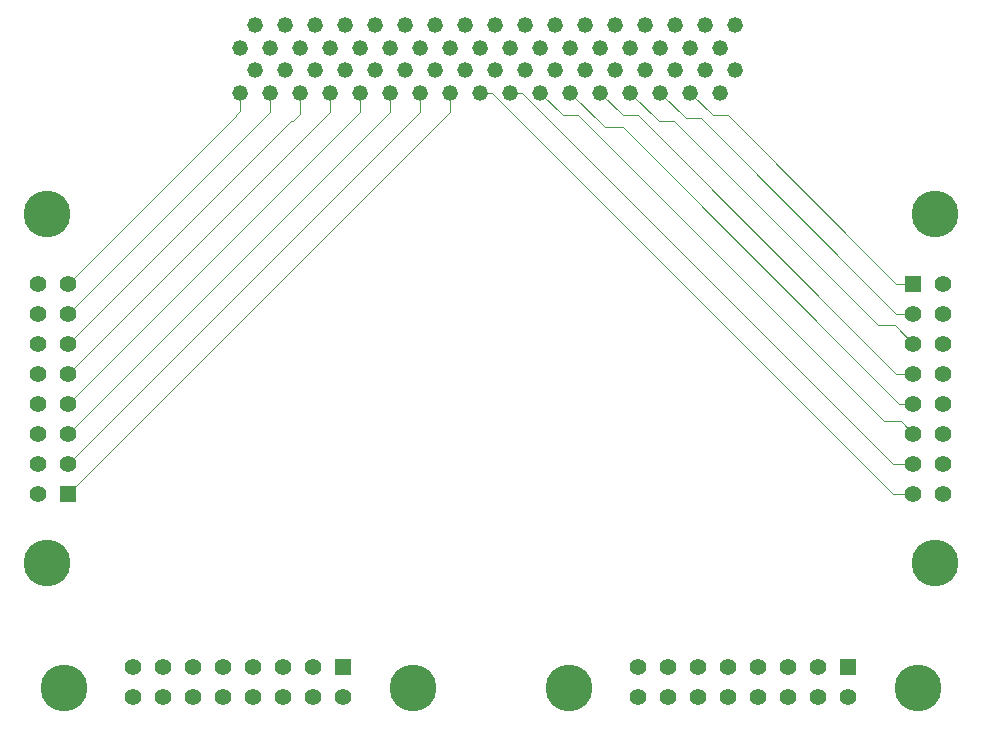
<source format=gbr>
%TF.GenerationSoftware,KiCad,Pcbnew,7.0.5-0*%
%TF.CreationDate,2023-09-20T16:50:09-04:00*%
%TF.ProjectId,patchpanel,70617463-6870-4616-9e65-6c2e6b696361,2.0*%
%TF.SameCoordinates,Original*%
%TF.FileFunction,Copper,L2,Inr*%
%TF.FilePolarity,Positive*%
%FSLAX46Y46*%
G04 Gerber Fmt 4.6, Leading zero omitted, Abs format (unit mm)*
G04 Created by KiCad (PCBNEW 7.0.5-0) date 2023-09-20 16:50:09*
%MOMM*%
%LPD*%
G01*
G04 APERTURE LIST*
%TA.AperFunction,ComponentPad*%
%ADD10R,1.397000X1.397000*%
%TD*%
%TA.AperFunction,ComponentPad*%
%ADD11C,1.397000*%
%TD*%
%TA.AperFunction,ComponentPad*%
%ADD12C,3.962400*%
%TD*%
%TA.AperFunction,ComponentPad*%
%ADD13C,1.320800*%
%TD*%
%TA.AperFunction,Conductor*%
%ADD14C,0.068580*%
%TD*%
G04 APERTURE END LIST*
D10*
%TO.N,Net-(J1-Pad29)*%
%TO.C,U1*%
X64287400Y-101396800D03*
D11*
%TO.N,Net-(J1-Pad31)*%
X61747400Y-101396800D03*
%TO.N,Net-(J1-Pad25)*%
X64287400Y-98856800D03*
%TO.N,Net-(J1-Pad27)*%
X61747400Y-98856800D03*
%TO.N,Net-(J1-Pad21)*%
X64287400Y-96316800D03*
%TO.N,Net-(J1-Pad23)*%
X61747400Y-96316800D03*
%TO.N,Net-(J1-Pad17)*%
X64287400Y-93776800D03*
%TO.N,Net-(J1-Pad19)*%
X61747400Y-93776800D03*
%TO.N,Net-(J1-Pad13)*%
X64287400Y-91236800D03*
%TO.N,Net-(J1-Pad15)*%
X61747400Y-91236800D03*
%TO.N,Net-(J1-Pad9)*%
X64287400Y-88696800D03*
%TO.N,Net-(J1-Pad11)*%
X61747400Y-88696800D03*
%TO.N,Net-(J1-Pad5)*%
X64287400Y-86156800D03*
%TO.N,Net-(J1-Pad7)*%
X61747400Y-86156800D03*
%TO.N,Net-(J1-Pad1)*%
X64287400Y-83616800D03*
%TO.N,Net-(J1-Pad3)*%
X61747400Y-83616800D03*
D12*
%TO.N,N/C*%
X62484000Y-107289600D03*
X62484000Y-77724000D03*
%TD*%
D10*
%TO.N,Net-(J1-Pad62)*%
%TO.C,U3*%
X130352800Y-116052600D03*
D11*
%TO.N,Net-(J1-Pad64)*%
X130352800Y-118592600D03*
%TO.N,Net-(J1-Pad58)*%
X127812800Y-116052600D03*
%TO.N,Net-(J1-Pad60)*%
X127812800Y-118592600D03*
%TO.N,Net-(J1-Pad54)*%
X125272800Y-116052600D03*
%TO.N,Net-(J1-Pad56)*%
X125272800Y-118592600D03*
%TO.N,Net-(J1-Pad50)*%
X122732800Y-116052600D03*
%TO.N,Net-(J1-Pad52)*%
X122732800Y-118592600D03*
%TO.N,Net-(J1-Pad46)*%
X120192800Y-116052600D03*
%TO.N,Net-(J1-Pad48)*%
X120192800Y-118592600D03*
%TO.N,Net-(J1-Pad42)*%
X117652800Y-116052600D03*
%TO.N,Net-(J1-Pad44)*%
X117652800Y-118592600D03*
%TO.N,Net-(J1-Pad38)*%
X115112800Y-116052600D03*
%TO.N,Net-(J1-Pad40)*%
X115112800Y-118592600D03*
%TO.N,Net-(J1-Pad34)*%
X112572800Y-116052600D03*
%TO.N,Net-(J1-Pad36)*%
X112572800Y-118592600D03*
D12*
%TO.N,N/C*%
X136245600Y-117856000D03*
X106680000Y-117856000D03*
%TD*%
D10*
%TO.N,Net-(J1-Pad61)*%
%TO.C,U4*%
X135864600Y-83616800D03*
D11*
%TO.N,Net-(J1-Pad63)*%
X138404600Y-83616800D03*
%TO.N,Net-(J1-Pad57)*%
X135864600Y-86156800D03*
%TO.N,Net-(J1-Pad59)*%
X138404600Y-86156800D03*
%TO.N,Net-(J1-Pad53)*%
X135864600Y-88696800D03*
%TO.N,Net-(J1-Pad55)*%
X138404600Y-88696800D03*
%TO.N,Net-(J1-Pad49)*%
X135864600Y-91236800D03*
%TO.N,Net-(J1-Pad51)*%
X138404600Y-91236800D03*
%TO.N,Net-(J1-Pad45)*%
X135864600Y-93776800D03*
%TO.N,Net-(J1-Pad47)*%
X138404600Y-93776800D03*
%TO.N,Net-(J1-Pad41)*%
X135864600Y-96316800D03*
%TO.N,Net-(J1-Pad43)*%
X138404600Y-96316800D03*
%TO.N,Net-(J1-Pad37)*%
X135864600Y-98856800D03*
%TO.N,Net-(J1-Pad39)*%
X138404600Y-98856800D03*
%TO.N,Net-(J1-Pad33)*%
X135864600Y-101396800D03*
%TO.N,Net-(J1-Pad35)*%
X138404600Y-101396800D03*
D12*
%TO.N,N/C*%
X137668000Y-77724000D03*
X137668000Y-107289600D03*
%TD*%
D13*
%TO.N,Net-(J1-Pad1)*%
%TO.C,J1*%
X78867000Y-67437000D03*
%TO.N,Net-(J1-Pad2)*%
X78867000Y-63627000D03*
%TO.N,Net-(J1-Pad3)*%
X80137000Y-65532000D03*
%TO.N,Net-(J1-Pad4)*%
X80137000Y-61722000D03*
%TO.N,Net-(J1-Pad5)*%
X81407000Y-67437000D03*
%TO.N,Net-(J1-Pad6)*%
X81407000Y-63627000D03*
%TO.N,Net-(J1-Pad7)*%
X82677000Y-65532000D03*
%TO.N,Net-(J1-Pad8)*%
X82677000Y-61722000D03*
%TO.N,Net-(J1-Pad9)*%
X83947000Y-67437000D03*
%TO.N,Net-(J1-Pad10)*%
X83947000Y-63627000D03*
%TO.N,Net-(J1-Pad11)*%
X85217000Y-65532000D03*
%TO.N,Net-(J1-Pad12)*%
X85217000Y-61722000D03*
%TO.N,Net-(J1-Pad13)*%
X86487000Y-67437000D03*
%TO.N,Net-(J1-Pad14)*%
X86487000Y-63627000D03*
%TO.N,Net-(J1-Pad15)*%
X87757000Y-65532000D03*
%TO.N,Net-(J1-Pad16)*%
X87757000Y-61722000D03*
%TO.N,Net-(J1-Pad17)*%
X89027000Y-67437000D03*
%TO.N,Net-(J1-Pad18)*%
X89027000Y-63627000D03*
%TO.N,Net-(J1-Pad19)*%
X90297000Y-65532000D03*
%TO.N,Net-(J1-Pad20)*%
X90297000Y-61722000D03*
%TO.N,Net-(J1-Pad21)*%
X91567000Y-67437000D03*
%TO.N,Net-(J1-Pad22)*%
X91567000Y-63627000D03*
%TO.N,Net-(J1-Pad23)*%
X92837000Y-65532000D03*
%TO.N,Net-(J1-Pad24)*%
X92837000Y-61722000D03*
%TO.N,Net-(J1-Pad25)*%
X94107000Y-67437000D03*
%TO.N,Net-(J1-Pad26)*%
X94107000Y-63627000D03*
%TO.N,Net-(J1-Pad27)*%
X95377000Y-65532000D03*
%TO.N,Net-(J1-Pad28)*%
X95377000Y-61722000D03*
%TO.N,Net-(J1-Pad29)*%
X96647000Y-67437000D03*
%TO.N,Net-(J1-Pad30)*%
X96647000Y-63627000D03*
%TO.N,Net-(J1-Pad31)*%
X97917000Y-65532000D03*
%TO.N,Net-(J1-Pad32)*%
X97917000Y-61722000D03*
%TO.N,Net-(J1-Pad33)*%
X99187000Y-67437000D03*
%TO.N,Net-(J1-Pad34)*%
X99187000Y-63627000D03*
%TO.N,Net-(J1-Pad35)*%
X100457000Y-65532000D03*
%TO.N,Net-(J1-Pad36)*%
X100457000Y-61722000D03*
%TO.N,Net-(J1-Pad37)*%
X101727000Y-67437000D03*
%TO.N,Net-(J1-Pad38)*%
X101727000Y-63627000D03*
%TO.N,Net-(J1-Pad39)*%
X102997000Y-65532000D03*
%TO.N,Net-(J1-Pad40)*%
X102997000Y-61722000D03*
%TO.N,Net-(J1-Pad41)*%
X104267000Y-67437000D03*
%TO.N,Net-(J1-Pad42)*%
X104267000Y-63627000D03*
%TO.N,Net-(J1-Pad43)*%
X105537000Y-65532000D03*
%TO.N,Net-(J1-Pad44)*%
X105537000Y-61722000D03*
%TO.N,Net-(J1-Pad45)*%
X106807000Y-67437000D03*
%TO.N,Net-(J1-Pad46)*%
X106807000Y-63627000D03*
%TO.N,Net-(J1-Pad47)*%
X108077000Y-65532000D03*
%TO.N,Net-(J1-Pad48)*%
X108077000Y-61722000D03*
%TO.N,Net-(J1-Pad49)*%
X109347000Y-67437000D03*
%TO.N,Net-(J1-Pad50)*%
X109347000Y-63627000D03*
%TO.N,Net-(J1-Pad51)*%
X110617000Y-65532000D03*
%TO.N,Net-(J1-Pad52)*%
X110617000Y-61722000D03*
%TO.N,Net-(J1-Pad53)*%
X111887000Y-67437000D03*
%TO.N,Net-(J1-Pad54)*%
X111887000Y-63627000D03*
%TO.N,Net-(J1-Pad55)*%
X113157000Y-65532000D03*
%TO.N,Net-(J1-Pad56)*%
X113157000Y-61722000D03*
%TO.N,Net-(J1-Pad57)*%
X114427000Y-67437000D03*
%TO.N,Net-(J1-Pad58)*%
X114427000Y-63627000D03*
%TO.N,Net-(J1-Pad59)*%
X115697000Y-65532000D03*
%TO.N,Net-(J1-Pad60)*%
X115697000Y-61722000D03*
%TO.N,Net-(J1-Pad61)*%
X116967000Y-67437000D03*
%TO.N,Net-(J1-Pad62)*%
X116967000Y-63627000D03*
%TO.N,Net-(J1-Pad63)*%
X118237000Y-65532000D03*
%TO.N,Net-(J1-Pad64)*%
X118237000Y-61722000D03*
%TO.N,unconnected-(J1-Pad65)*%
X119507000Y-67437000D03*
%TO.N,unconnected-(J1-Pad66)*%
X119507000Y-63627000D03*
%TO.N,unconnected-(J1-Pad67)*%
X120777000Y-65532000D03*
%TO.N,unconnected-(J1-Pad68)*%
X120777000Y-61722000D03*
%TD*%
D10*
%TO.N,Net-(J1-Pad30)*%
%TO.C,U2*%
X87579200Y-116052600D03*
D11*
%TO.N,Net-(J1-Pad32)*%
X87579200Y-118592600D03*
%TO.N,Net-(J1-Pad26)*%
X85039200Y-116052600D03*
%TO.N,Net-(J1-Pad28)*%
X85039200Y-118592600D03*
%TO.N,Net-(J1-Pad22)*%
X82499200Y-116052600D03*
%TO.N,Net-(J1-Pad24)*%
X82499200Y-118592600D03*
%TO.N,Net-(J1-Pad18)*%
X79959200Y-116052600D03*
%TO.N,Net-(J1-Pad20)*%
X79959200Y-118592600D03*
%TO.N,Net-(J1-Pad14)*%
X77419200Y-116052600D03*
%TO.N,Net-(J1-Pad16)*%
X77419200Y-118592600D03*
%TO.N,Net-(J1-Pad10)*%
X74879200Y-116052600D03*
%TO.N,Net-(J1-Pad12)*%
X74879200Y-118592600D03*
%TO.N,Net-(J1-Pad6)*%
X72339200Y-116052600D03*
%TO.N,Net-(J1-Pad8)*%
X72339200Y-118592600D03*
%TO.N,Net-(J1-Pad2)*%
X69799200Y-116052600D03*
%TO.N,Net-(J1-Pad4)*%
X69799200Y-118592600D03*
D12*
%TO.N,N/C*%
X93472000Y-117856000D03*
X63906400Y-117856000D03*
%TD*%
D14*
%TO.N,Net-(J1-Pad1)*%
X78486000Y-69342000D02*
X78867000Y-68961000D01*
X78867000Y-68961000D02*
X78867000Y-67437000D01*
X64287400Y-83616800D02*
X78486000Y-69418200D01*
X78486000Y-69418200D02*
X78486000Y-69342000D01*
%TO.N,Net-(J1-Pad5)*%
X64287400Y-86156800D02*
X81407000Y-69037200D01*
X81407000Y-69037200D02*
X81407000Y-67437000D01*
%TO.N,Net-(J1-Pad9)*%
X64287400Y-88696800D02*
X83134200Y-69850000D01*
X83312000Y-69850000D02*
X83947000Y-69215000D01*
X83947000Y-69215000D02*
X83947000Y-67437000D01*
X83134200Y-69850000D02*
X83312000Y-69850000D01*
%TO.N,Net-(J1-Pad13)*%
X86487000Y-69037200D02*
X86487000Y-67437000D01*
X64287400Y-91236800D02*
X86487000Y-69037200D01*
%TO.N,Net-(J1-Pad17)*%
X64287400Y-93776800D02*
X89027000Y-69037200D01*
X89027000Y-69037200D02*
X89027000Y-67437000D01*
%TO.N,Net-(J1-Pad21)*%
X91567000Y-69037200D02*
X91567000Y-67437000D01*
X64287400Y-96316800D02*
X91567000Y-69037200D01*
%TO.N,Net-(J1-Pad25)*%
X94107000Y-69037200D02*
X94107000Y-67437000D01*
X64287400Y-98856800D02*
X94107000Y-69037200D01*
%TO.N,Net-(J1-Pad29)*%
X96647000Y-69037200D02*
X96647000Y-67437000D01*
X64287400Y-101396800D02*
X96647000Y-69037200D01*
%TO.N,Net-(J1-Pad33)*%
X135864600Y-101396800D02*
X134162800Y-101396800D01*
X134162800Y-101396800D02*
X100203000Y-67437000D01*
X100203000Y-67437000D02*
X99187000Y-67437000D01*
%TO.N,Net-(J1-Pad37)*%
X102743000Y-67437000D02*
X101727000Y-67437000D01*
X135864600Y-98856800D02*
X134162800Y-98856800D01*
X134162800Y-98856800D02*
X102743000Y-67437000D01*
%TO.N,Net-(J1-Pad41)*%
X134797800Y-95250000D02*
X135864600Y-96316800D01*
X104267000Y-67437000D02*
X106172000Y-69342000D01*
X107442000Y-69342000D02*
X133350000Y-95250000D01*
X133350000Y-95250000D02*
X134797800Y-95250000D01*
X106172000Y-69342000D02*
X107442000Y-69342000D01*
%TO.N,Net-(J1-Pad45)*%
X109728000Y-70358000D02*
X106807000Y-67437000D01*
X135864600Y-93776800D02*
X134670800Y-93776800D01*
X111252000Y-70358000D02*
X109728000Y-70358000D01*
X134670800Y-93776800D02*
X111252000Y-70358000D01*
%TO.N,Net-(J1-Pad49)*%
X134416800Y-91236800D02*
X112522000Y-69342000D01*
X111252000Y-69342000D02*
X109347000Y-67437000D01*
X112522000Y-69342000D02*
X111252000Y-69342000D01*
X135864600Y-91236800D02*
X134416800Y-91236800D01*
%TO.N,Net-(J1-Pad53)*%
X132842000Y-87122000D02*
X115570000Y-69850000D01*
X114300000Y-69850000D02*
X111887000Y-67437000D01*
X135864600Y-88696800D02*
X134289800Y-87122000D01*
X115570000Y-69850000D02*
X114300000Y-69850000D01*
X134289800Y-87122000D02*
X132842000Y-87122000D01*
%TO.N,Net-(J1-Pad57)*%
X135864600Y-86156800D02*
X134416800Y-86156800D01*
X116586000Y-69596000D02*
X114427000Y-67437000D01*
X134416800Y-86156800D02*
X117856000Y-69596000D01*
X117856000Y-69596000D02*
X116586000Y-69596000D01*
%TO.N,Net-(J1-Pad61)*%
X118872000Y-69342000D02*
X116967000Y-67437000D01*
X120142000Y-69342000D02*
X118872000Y-69342000D01*
X135864600Y-83616800D02*
X134416800Y-83616800D01*
X134416800Y-83616800D02*
X120142000Y-69342000D01*
%TD*%
M02*

</source>
